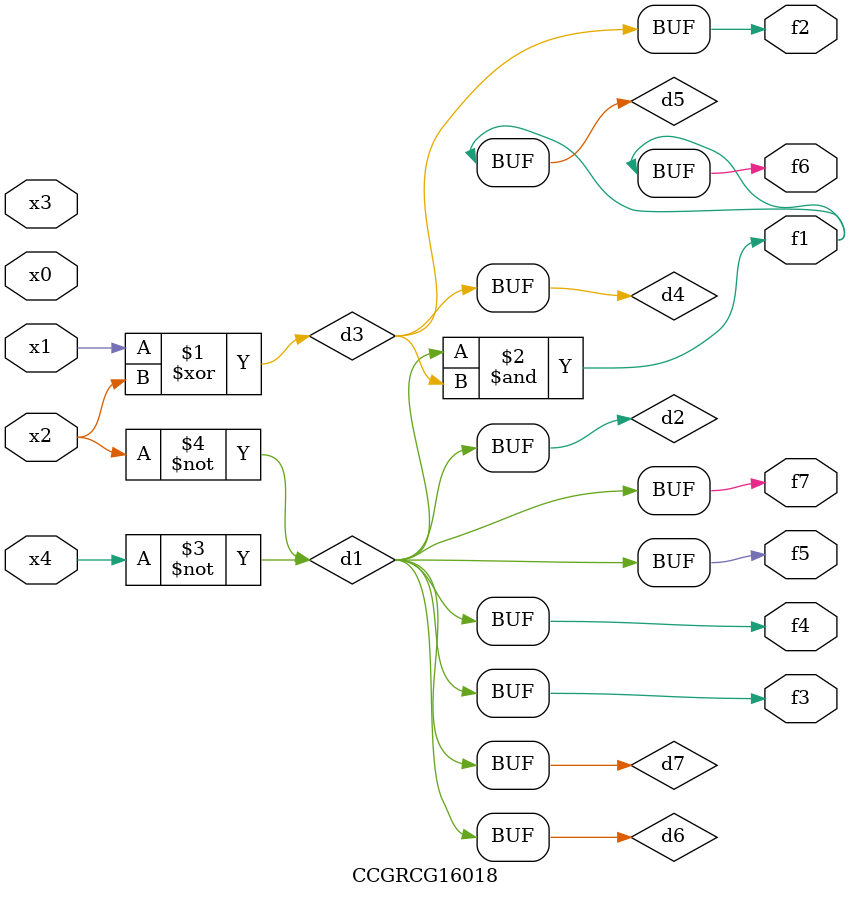
<source format=v>
module CCGRCG16018(
	input x0, x1, x2, x3, x4,
	output f1, f2, f3, f4, f5, f6, f7
);

	wire d1, d2, d3, d4, d5, d6, d7;

	not (d1, x4);
	not (d2, x2);
	xor (d3, x1, x2);
	buf (d4, d3);
	and (d5, d1, d3);
	buf (d6, d1, d2);
	buf (d7, d2);
	assign f1 = d5;
	assign f2 = d4;
	assign f3 = d7;
	assign f4 = d7;
	assign f5 = d7;
	assign f6 = d5;
	assign f7 = d7;
endmodule

</source>
